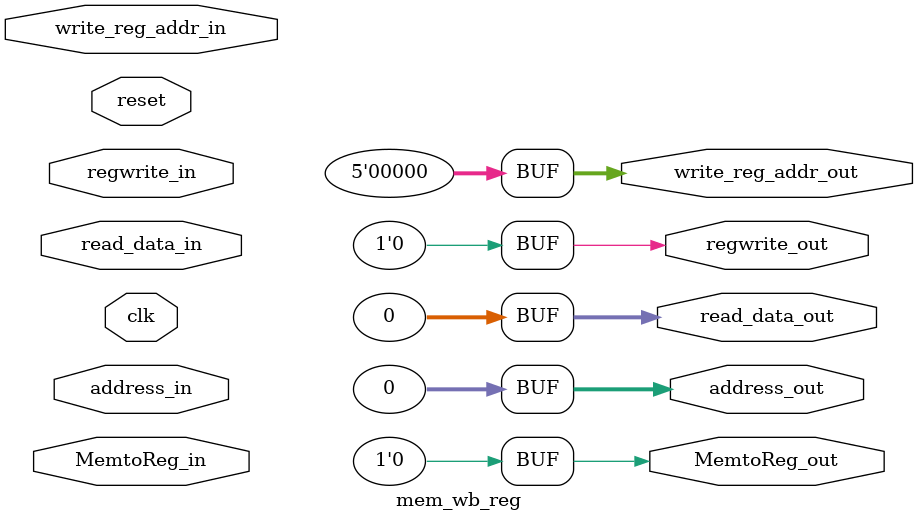
<source format=v>
module mem_wb_reg (clk, reset, regwrite_in, MemtoReg_in, read_data_in, address_in, write_reg_addr_in, read_data_out, address_out, 
			regwrite_out, MemtoReg_out, write_reg_addr_out);


input clk, reset, regwrite_in, MemtoReg_in;
input [31:0] read_data_in, address_in;
input [4:0] write_reg_addr_in;
output reg regwrite_out, MemtoReg_out;
output reg [31:0] read_data_out, address_out;
output reg [4:0] write_reg_addr_out;

always @ (reset) begin
	regwrite_out <= 0;		//wb
	MemtoReg_out <= 0;		//wb
	read_data_out <= 0;
	address_out <= 0;
	write_reg_addr_out <= 0;
end

always @ (posedge clk) begin
	regwrite_out <= regwrite_in;		//wb
	MemtoReg_out <= MemtoReg_in;		//wb
	read_data_out <= read_data_in;
	address_out <= address_in;
	write_reg_addr_out <= write_reg_addr_in;
end

endmodule

</source>
